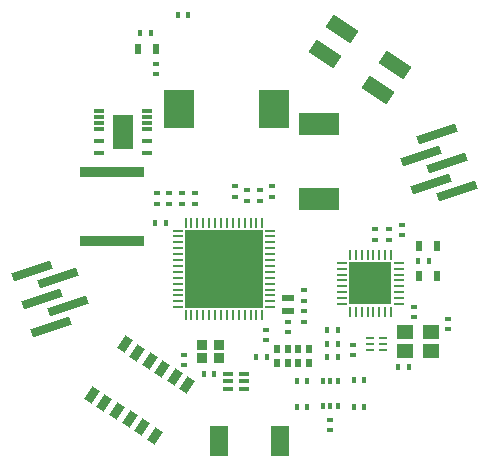
<source format=gtp>
%FSLAX24Y24*%
%MOIN*%
G70*
G01*
G75*
G04 Layer_Color=8421504*
%ADD10C,0.0080*%
%ADD11R,0.0650X0.1122*%
%ADD12R,0.0354X0.0118*%
G04:AMPARAMS|DCode=13|XSize=29.9mil|YSize=50mil|CornerRadius=0mil|HoleSize=0mil|Usage=FLASHONLY|Rotation=327.000|XOffset=0mil|YOffset=0mil|HoleType=Round|Shape=Rectangle|*
%AMROTATEDRECTD13*
4,1,4,-0.0262,-0.0128,0.0011,0.0291,0.0262,0.0128,-0.0011,-0.0291,-0.0262,-0.0128,0.0*
%
%ADD13ROTATEDRECTD13*%

%ADD14R,0.2598X0.2598*%
%ADD15O,0.0354X0.0098*%
%ADD16O,0.0098X0.0354*%
%ADD17O,0.0098X0.0335*%
%ADD18O,0.0335X0.0098*%
%ADD19R,0.1417X0.1417*%
G04:AMPARAMS|DCode=20|XSize=50mil|YSize=100mil|CornerRadius=0mil|HoleSize=0mil|Usage=FLASHONLY|Rotation=56.000|XOffset=0mil|YOffset=0mil|HoleType=Round|Shape=Rectangle|*
%AMROTATEDRECTD20*
4,1,4,0.0275,-0.0487,-0.0554,0.0072,-0.0275,0.0487,0.0554,-0.0072,0.0275,-0.0487,0.0*
%
%ADD20ROTATEDRECTD20*%

%ADD21R,0.0276X0.0079*%
%ADD22R,0.0157X0.0236*%
%ADD23R,0.0591X0.1024*%
%ADD24R,0.0236X0.0157*%
%ADD25R,0.0138X0.0217*%
%ADD26R,0.0335X0.0118*%
%ADD27R,0.0197X0.0315*%
%ADD28R,0.0551X0.0453*%
%ADD29R,0.0197X0.0354*%
%ADD30R,0.0394X0.0197*%
%ADD31R,0.0374X0.0335*%
%ADD32R,0.2126X0.0374*%
%ADD33R,0.1378X0.0768*%
%ADD34R,0.0984X0.1260*%
G04:AMPARAMS|DCode=35|XSize=28.7mil|YSize=135mil|CornerRadius=0mil|HoleSize=0mil|Usage=FLASHONLY|Rotation=108.600|XOffset=0mil|YOffset=0mil|HoleType=Round|Shape=Rectangle|*
%AMROTATEDRECTD35*
4,1,4,0.0686,0.0079,-0.0594,-0.0352,-0.0686,-0.0079,0.0594,0.0352,0.0686,0.0079,0.0*
%
%ADD35ROTATEDRECTD35*%

%ADD36C,0.0130*%
%ADD37C,0.0060*%
%ADD38C,0.0200*%
%ADD39C,0.0100*%
%ADD40C,0.0300*%
%ADD41C,0.0123*%
%ADD42C,0.0630*%
%ADD43R,0.0591X0.0591*%
%ADD44C,0.0591*%
%ADD45C,0.0217*%
%ADD46C,0.0315*%
%ADD47C,0.0200*%
%ADD48C,0.0400*%
%ADD49C,0.0300*%
%ADD50C,0.0220*%
%ADD51R,0.0354X0.0157*%
%ADD52O,0.0315X0.0098*%
%ADD53O,0.0098X0.0315*%
%ADD54R,0.1299X0.1299*%
G04:AMPARAMS|DCode=55|XSize=189mil|YSize=236.2mil|CornerRadius=0mil|HoleSize=0mil|Usage=FLASHONLY|Rotation=237.000|XOffset=0mil|YOffset=0mil|HoleType=Round|Shape=Rectangle|*
%AMROTATEDRECTD55*
4,1,4,-0.0476,0.1436,0.1505,0.0149,0.0476,-0.1436,-0.1505,-0.0149,-0.0476,0.1436,0.0*
%
%ADD55ROTATEDRECTD55*%

G04:AMPARAMS|DCode=56|XSize=15.7mil|YSize=31.5mil|CornerRadius=0mil|HoleSize=0mil|Usage=FLASHONLY|Rotation=237.000|XOffset=0mil|YOffset=0mil|HoleType=Round|Shape=Round|*
%AMOVALD56*
21,1,0.0157,0.0157,0.0000,0.0000,327.0*
1,1,0.0157,-0.0066,0.0043*
1,1,0.0157,0.0066,-0.0043*
%
%ADD56OVALD56*%

%ADD57R,0.1102X0.0492*%
%ADD58R,0.0157X0.0532*%
%ADD59R,0.0748X0.0630*%
%ADD60R,0.0630X0.0551*%
%ADD61R,0.0354X0.0197*%
%ADD62C,0.0150*%
%ADD63C,0.0098*%
%ADD64C,0.0039*%
%ADD65C,0.0079*%
%ADD66C,0.0050*%
%ADD67R,0.0433X0.0551*%
G04:AMPARAMS|DCode=68|XSize=54mil|YSize=31.5mil|CornerRadius=0mil|HoleSize=0mil|Usage=FLASHONLY|Rotation=108.600|XOffset=0mil|YOffset=0mil|HoleType=Round|Shape=Rectangle|*
%AMROTATEDRECTD68*
4,1,4,0.0236,-0.0205,-0.0063,-0.0306,-0.0236,0.0205,0.0063,0.0306,0.0236,-0.0205,0.0*
%
%ADD68ROTATEDRECTD68*%

D11*
X-4050Y3300D02*
D03*
D12*
X-4857Y3989D02*
D03*
Y3792D02*
D03*
Y3595D02*
D03*
Y3398D02*
D03*
Y3005D02*
D03*
Y2611D02*
D03*
X-3243Y3989D02*
D03*
Y3792D02*
D03*
Y3595D02*
D03*
Y3398D02*
D03*
Y3005D02*
D03*
Y2611D02*
D03*
D13*
X-3407Y-6553D02*
D03*
X-2988Y-6825D02*
D03*
X-1899Y-5148D02*
D03*
X-2318Y-4875D02*
D03*
X-3995Y-3786D02*
D03*
X-3576Y-4058D02*
D03*
X-3157Y-4331D02*
D03*
X-2737Y-4603D02*
D03*
X-3827Y-6280D02*
D03*
X-4246Y-6008D02*
D03*
X-4665Y-5736D02*
D03*
X-5085Y-5463D02*
D03*
D14*
X-682Y-1268D02*
D03*
D15*
X864Y12D02*
D03*
Y-185D02*
D03*
Y-382D02*
D03*
Y-579D02*
D03*
Y-776D02*
D03*
Y-973D02*
D03*
Y-1169D02*
D03*
Y-1366D02*
D03*
Y-1563D02*
D03*
Y-1760D02*
D03*
Y-1957D02*
D03*
Y-2154D02*
D03*
Y-2350D02*
D03*
Y-2547D02*
D03*
X-2227D02*
D03*
Y-2350D02*
D03*
Y-2154D02*
D03*
Y-1957D02*
D03*
Y-1760D02*
D03*
Y-1563D02*
D03*
Y-1366D02*
D03*
Y-1169D02*
D03*
Y-973D02*
D03*
Y-776D02*
D03*
Y-579D02*
D03*
Y-382D02*
D03*
Y-185D02*
D03*
Y12D02*
D03*
D16*
X598Y-2813D02*
D03*
X401D02*
D03*
X204D02*
D03*
X7D02*
D03*
X-190D02*
D03*
X-386D02*
D03*
X-583D02*
D03*
X-780D02*
D03*
X-977D02*
D03*
X-1174D02*
D03*
X-1371D02*
D03*
X-1567D02*
D03*
X-1764D02*
D03*
X-1961D02*
D03*
Y277D02*
D03*
X-1764D02*
D03*
X-1567D02*
D03*
X-1371D02*
D03*
X-1174D02*
D03*
X-977D02*
D03*
X-780D02*
D03*
X-583D02*
D03*
X-386D02*
D03*
X-190D02*
D03*
X7D02*
D03*
X204D02*
D03*
X401D02*
D03*
X598D02*
D03*
D17*
X4890Y-796D02*
D03*
X4694D02*
D03*
X4497D02*
D03*
X4300D02*
D03*
X4103D02*
D03*
X3906D02*
D03*
X3709D02*
D03*
X3512D02*
D03*
Y-2706D02*
D03*
X3709D02*
D03*
X3906D02*
D03*
X4103D02*
D03*
X4300D02*
D03*
X4497D02*
D03*
X4694D02*
D03*
X4890D02*
D03*
D18*
X3247Y-1062D02*
D03*
Y-1259D02*
D03*
Y-1456D02*
D03*
Y-1652D02*
D03*
Y-1849D02*
D03*
Y-2046D02*
D03*
Y-2243D02*
D03*
Y-2440D02*
D03*
X5156D02*
D03*
Y-2243D02*
D03*
Y-2046D02*
D03*
Y-1849D02*
D03*
Y-1652D02*
D03*
Y-1456D02*
D03*
Y-1259D02*
D03*
Y-1062D02*
D03*
D19*
X4201Y-1751D02*
D03*
D20*
X4461Y4684D02*
D03*
X2679Y5886D02*
D03*
X5021Y5513D02*
D03*
X3239Y6716D02*
D03*
D21*
X4202Y-3571D02*
D03*
Y-3768D02*
D03*
Y-3965D02*
D03*
X4635Y-3571D02*
D03*
Y-3768D02*
D03*
Y-3965D02*
D03*
D22*
X2764Y-3768D02*
D03*
X3118D02*
D03*
X1741Y-5868D02*
D03*
X2096D02*
D03*
X3641D02*
D03*
X3996D02*
D03*
X2096Y-5018D02*
D03*
X1741D02*
D03*
X3641Y-4968D02*
D03*
X3996D02*
D03*
X383Y-4220D02*
D03*
X737D02*
D03*
X2764Y-4218D02*
D03*
X3118D02*
D03*
X5118Y-4539D02*
D03*
X5472D02*
D03*
X6146Y-1018D02*
D03*
X5791D02*
D03*
X-1004Y-4768D02*
D03*
X-1359D02*
D03*
X-2977Y250D02*
D03*
X-2623D02*
D03*
X-3477Y6600D02*
D03*
X-3123D02*
D03*
X-1873Y7200D02*
D03*
X-2227D02*
D03*
X3118Y-3318D02*
D03*
X2764D02*
D03*
D23*
X-841Y-7021D02*
D03*
X1187D02*
D03*
D24*
X2868Y-6645D02*
D03*
Y-6291D02*
D03*
X718Y-3645D02*
D03*
Y-3291D02*
D03*
X6800Y-2923D02*
D03*
Y-3277D02*
D03*
X5650Y-2877D02*
D03*
Y-2523D02*
D03*
X4368Y59D02*
D03*
Y-295D02*
D03*
X4818Y59D02*
D03*
Y-295D02*
D03*
X5268Y209D02*
D03*
Y-145D02*
D03*
X2000Y-2327D02*
D03*
Y-1973D02*
D03*
Y-2673D02*
D03*
Y-3027D02*
D03*
X1452Y-3379D02*
D03*
Y-3024D02*
D03*
X-2000Y-4123D02*
D03*
Y-4477D02*
D03*
X-2930Y903D02*
D03*
Y1257D02*
D03*
X-2510Y903D02*
D03*
Y1257D02*
D03*
X-2090Y903D02*
D03*
Y1257D02*
D03*
X-1660Y903D02*
D03*
Y1257D02*
D03*
X-330Y1487D02*
D03*
Y1133D02*
D03*
X80Y1347D02*
D03*
Y993D02*
D03*
X520Y1347D02*
D03*
Y993D02*
D03*
X930Y1487D02*
D03*
Y1133D02*
D03*
X-2950Y5223D02*
D03*
Y5577D02*
D03*
X3618Y-4145D02*
D03*
Y-3791D02*
D03*
D25*
X3124Y-5004D02*
D03*
X2868D02*
D03*
X2612D02*
D03*
Y-5831D02*
D03*
X2868D02*
D03*
X3124D02*
D03*
D26*
X-557Y-4762D02*
D03*
Y-5018D02*
D03*
Y-5274D02*
D03*
X-6Y-4762D02*
D03*
Y-5018D02*
D03*
Y-5274D02*
D03*
D27*
X2151Y-4406D02*
D03*
X1797D02*
D03*
X1443D02*
D03*
X1089D02*
D03*
Y-3934D02*
D03*
X1443D02*
D03*
X1797D02*
D03*
X2151D02*
D03*
D28*
X6233Y-4015D02*
D03*
X5367D02*
D03*
Y-3385D02*
D03*
X6233D02*
D03*
D29*
X6414Y-1518D02*
D03*
X5823D02*
D03*
Y-518D02*
D03*
X6414D02*
D03*
X-3545Y6050D02*
D03*
X-2955D02*
D03*
D30*
X1450Y-2667D02*
D03*
Y-2233D02*
D03*
D31*
X-1417Y-4244D02*
D03*
X-846D02*
D03*
Y-3791D02*
D03*
X-1417D02*
D03*
D32*
X-4400Y-352D02*
D03*
Y1952D02*
D03*
D33*
X2500Y1050D02*
D03*
Y3550D02*
D03*
D34*
X994Y4050D02*
D03*
X-2194D02*
D03*
D35*
X7073Y1322D02*
D03*
X6205Y1557D02*
D03*
X6754Y2269D02*
D03*
X5886Y2505D02*
D03*
X6436Y3217D02*
D03*
X-6436Y-3217D02*
D03*
X-5886Y-2505D02*
D03*
X-6754Y-2269D02*
D03*
X-6205Y-1557D02*
D03*
X-7073Y-1322D02*
D03*
M02*

</source>
